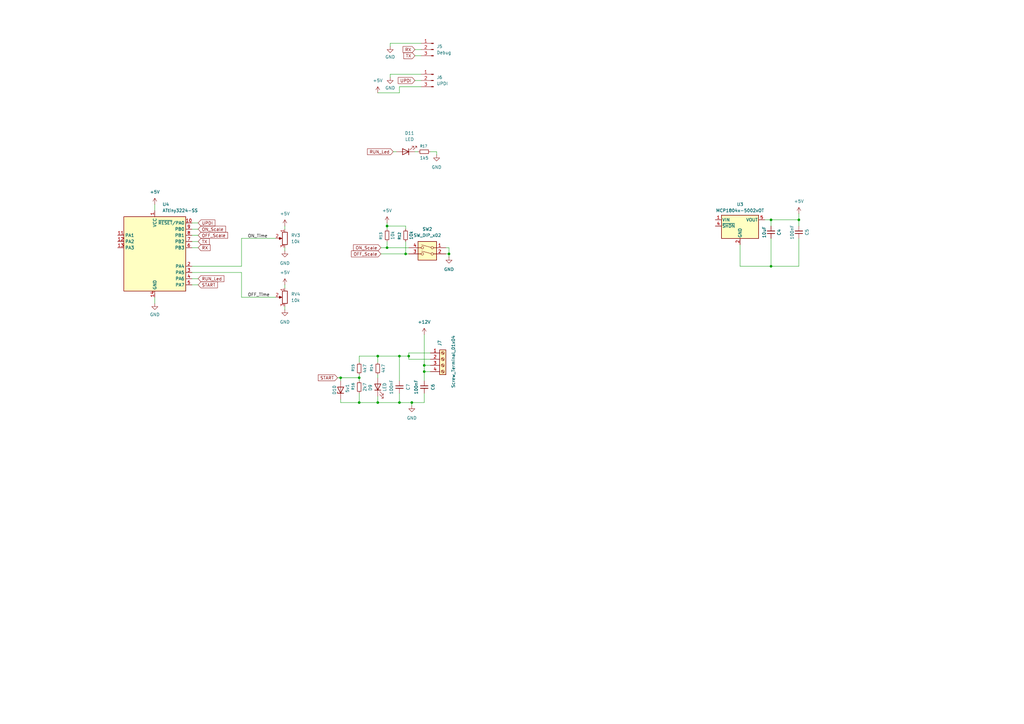
<source format=kicad_sch>
(kicad_sch (version 20250114) (generator "eeschema") (generator_version "9.0")
  (paper "A3")
  (lib_symbols
    (symbol "Connector:Conn_01x03_Pin" (pin_names (offset 1.016) (hide yes))
      (property "Reference" "J" (at 0 5.08 0))
      (property "Value" "Conn_01x03_Pin" (at 0 -5.08 0))
      (symbol "Conn_01x03_Pin_1_1"
        (rectangle (start 0.8636 2.667) (end 0 2.413) (stroke (width 0.1524)) (fill (type outline)))
        (rectangle (start 0.8636 0.127) (end 0 -0.127) (stroke (width 0.1524)) (fill (type outline)))
        (rectangle (start 0.8636 -2.413) (end 0 -2.667) (stroke (width 0.1524)) (fill (type outline)))
        (polyline (pts (xy 1.27 2.54) (xy 0.8636 2.54)) (stroke (width 0.1524)))
        (polyline (pts (xy 1.27 0) (xy 0.8636 0)) (stroke (width 0.1524)))
        (polyline (pts (xy 1.27 -2.54) (xy 0.8636 -2.54)) (stroke (width 0.1524)))
        (pin passive line (at 5.08 2.54 180) (length 3.81) (name "Pin_1") (number "1"))
        (pin passive line (at 5.08 0 180) (length 3.81) (name "Pin_2") (number "2"))
        (pin passive line (at 5.08 -2.54 180) (length 3.81) (name "Pin_3") (number "3"))
      )
    )
    (symbol "Connector:Screw_Terminal_01x04" (pin_names (offset 1.016) (hide yes))
      (property "Reference" "J" (at 0 5.08 0))
      (property "Value" "Screw_Terminal_01x04" (at 0 -7.62 0))
      (symbol "Screw_Terminal_01x04_1_1"
        (rectangle (start -1.27 3.81) (end 1.27 -6.35) (stroke (width 0.254)) (fill (type background)))
        (polyline (pts (xy -0.5334 2.8702) (xy 0.3302 2.032)) (stroke (width 0.1524)))
        (polyline (pts (xy -0.5334 0.3302) (xy 0.3302 -0.508)) (stroke (width 0.1524)))
        (polyline (pts (xy -0.5334 -2.2098) (xy 0.3302 -3.048)) (stroke (width 0.1524)))
        (polyline (pts (xy -0.5334 -4.7498) (xy 0.3302 -5.588)) (stroke (width 0.1524)))
        (polyline (pts (xy -0.3556 3.048) (xy 0.508 2.2098)) (stroke (width 0.1524)))
        (polyline (pts (xy -0.3556 0.508) (xy 0.508 -0.3302)) (stroke (width 0.1524)))
        (polyline (pts (xy -0.3556 -2.032) (xy 0.508 -2.8702)) (stroke (width 0.1524)))
        (polyline (pts (xy -0.3556 -4.572) (xy 0.508 -5.4102)) (stroke (width 0.1524)))
        (circle (center 0 2.54) (radius 0.635) (stroke (width 0.1524)))
        (circle (center 0 0) (radius 0.635) (stroke (width 0.1524)))
        (circle (center 0 -2.54) (radius 0.635) (stroke (width 0.1524)))
        (circle (center 0 -5.08) (radius 0.635) (stroke (width 0.1524)))
        (pin passive line (at -5.08 2.54 0) (length 3.81) (name "Pin_1") (number "1"))
        (pin passive line (at -5.08 0 0) (length 3.81) (name "Pin_2") (number "2"))
        (pin passive line (at -5.08 -2.54 0) (length 3.81) (name "Pin_3") (number "3"))
        (pin passive line (at -5.08 -5.08 0) (length 3.81) (name "Pin_4") (number "4"))
      )
    )
    (symbol "Device:C_Small" (pin_numbers (hide yes)) (pin_names (offset 0.254) (hide yes))
      (property "Reference" "C" (at 0.254 1.778 0))
      (property "Value" "C_Small" (at 0.254 -2.032 0))
      (symbol "C_Small_0_1"
        (polyline (pts (xy -1.524 0.508) (xy 1.524 0.508)) (stroke (width 0.3048)))
        (polyline (pts (xy -1.524 -0.508) (xy 1.524 -0.508)) (stroke (width 0.3302)))
      )
      (symbol "C_Small_1_1"
        (pin passive line (at 0 2.54 270) (length 2.032) (name "~") (number "1"))
        (pin passive line (at 0 -2.54 90) (length 2.032) (name "~") (number "2"))
      )
    )
    (symbol "Device:LED" (pin_numbers (hide yes)) (pin_names (offset 1.016) (hide yes))
      (property "Reference" "D" (at 0 2.54 0))
      (property "Value" "LED" (at 0 -2.54 0))
      (symbol "LED_0_1"
        (polyline (pts (xy -3.048 -0.762) (xy -4.572 -2.286) (xy -3.81 -2.286) (xy -4.572 -2.286) (xy -4.572 -1.524)))
        (polyline (pts (xy -1.778 -0.762) (xy -3.302 -2.286) (xy -2.54 -2.286) (xy -3.302 -2.286) (xy -3.302 -1.524)))
        (polyline (pts (xy -1.27 0) (xy 1.27 0)))
        (polyline (pts (xy -1.27 -1.27) (xy -1.27 1.27)) (stroke (width 0.254)))
        (polyline (pts (xy 1.27 -1.27) (xy 1.27 1.27) (xy -1.27 0) (xy 1.27 -1.27)) (stroke (width 0.254)))
      )
      (symbol "LED_1_1"
        (pin passive line (at -3.81 0 0) (length 2.54) (name "K") (number "1"))
        (pin passive line (at 3.81 0 180) (length 2.54) (name "A") (number "2"))
      )
    )
    (symbol "Device:R_Potentiometer" (pin_names (offset 1.016) (hide yes))
      (property "Reference" "RV" (at -4.445 0 90))
      (property "Value" "R_Potentiometer" (at -2.54 0 90))
      (symbol "R_Potentiometer_0_1"
        (rectangle (start 1.016 2.54) (end -1.016 -2.54) (stroke (width 0.254)))
        (polyline (pts (xy 1.143 0) (xy 2.286 0.508) (xy 2.286 -0.508) (xy 1.143 0)) (fill (type outline)))
        (polyline (pts (xy 2.54 0) (xy 1.524 0)))
      )
      (symbol "R_Potentiometer_1_1"
        (pin passive line (at 0 3.81 270) (length 1.27) (name "1") (number "1"))
        (pin passive line (at 0 -3.81 90) (length 1.27) (name "3") (number "3"))
        (pin passive line (at 3.81 0 180) (length 1.27) (name "2") (number "2"))
      )
    )
    (symbol "Device:R_Small" (pin_numbers (hide yes)) (pin_names (offset 0.254) (hide yes))
      (property "Reference" "R" (at 0 0 90))
      (property "Value" "R_Small" (at 1.778 0 90))
      (symbol "R_Small_0_1"
        (rectangle (start -0.762 1.778) (end 0.762 -1.778) (stroke (width 0.2032)))
      )
      (symbol "R_Small_1_1"
        (pin passive line (at 0 2.54 270) (length 0.762) (name "~") (number "1"))
        (pin passive line (at 0 -2.54 90) (length 0.762) (name "~") (number "2"))
      )
    )
    (symbol "Diode:BZD27Cxx" (pin_numbers (hide yes)) (pin_names (hide yes))
      (property "Reference" "D" (at 0 2.54 0))
      (property "Value" "BZD27Cxx" (at 0 -2.54 0))
      (symbol "BZD27Cxx_0_1"
        (polyline (pts (xy -1.27 -1.27) (xy -1.27 1.27) (xy -0.762 1.27)) (stroke (width 0.254)))
        (polyline (pts (xy 1.27 0) (xy -1.27 0)))
        (polyline (pts (xy 1.27 -1.27) (xy 1.27 1.27) (xy -1.27 0) (xy 1.27 -1.27)) (stroke (width 0.254)))
      )
      (symbol "BZD27Cxx_1_1"
        (pin passive line (at -3.81 0 0) (length 2.54) (name "K") (number "1"))
        (pin passive line (at 3.81 0 180) (length 2.54) (name "A") (number "2"))
      )
    )
    (symbol "MCU_Microchip_ATtiny:ATtiny3224-SS"
      (property "Reference" "U2" (at -3.1181 20.32 0))
      (property "Value" "ATtiny3224-SS" (at -3.1181 17.78 0))
      (symbol "ATtiny3224-SS_0_1"
        (rectangle (start -12.7 15.24) (end 12.7 -15.24) (stroke (width 0.254)) (fill (type background)))
      )
      (symbol "ATtiny3224-SS_1_1"
        (pin bidirectional line (at -15.24 12.7 0) (length 2.54) (name "~{RESET}/PA0") (number "10"))
        (pin bidirectional line (at -15.24 10.16 0) (length 2.54) (name "PB0") (number "9"))
        (pin bidirectional line (at -15.24 7.62 0) (length 2.54) (name "PB1") (number "8"))
        (pin bidirectional line (at -15.24 5.08 0) (length 2.54) (name "PB2") (number "7"))
        (pin bidirectional line (at -15.24 2.54 0) (length 2.54) (name "PB3") (number "6"))
        (pin bidirectional line (at -15.24 -5.08 0) (length 2.54) (name "PA4") (number "2"))
        (pin bidirectional line (at -15.24 -7.62 0) (length 2.54) (name "PA5") (number "3"))
        (pin bidirectional line (at -15.24 -10.16 0) (length 2.54) (name "PA6") (number "4"))
        (pin bidirectional line (at -15.24 -12.7 0) (length 2.54) (name "PA7") (number "5"))
        (pin power_in line (at 0 17.78 270) (length 2.54) (name "VCC") (number "1"))
        (pin power_in line (at 0 -17.78 90) (length 2.54) (name "GND") (number "14"))
        (pin bidirectional line (at 15.24 7.62 180) (length 2.54) (name "PA1") (number "11"))
        (pin bidirectional line (at 15.24 5.08 180) (length 2.54) (name "PA2") (number "12"))
        (pin bidirectional line (at 15.24 2.54 180) (length 2.54) (name "PA3") (number "13"))
      )
    )
    (symbol "Regulator_Linear:MCP1804x-5002xOT" (pin_names (offset 0.254))
      (property "Reference" "U" (at -6.35 5.715 0))
      (property "Value" "MCP1804x-5002xOT" (at 0 5.715 0))
      (symbol "MCP1804x-5002xOT_0_1"
        (rectangle (start -7.62 -5.08) (end 7.62 4.445) (stroke (width 0.254)) (fill (type background)))
      )
      (symbol "MCP1804x-5002xOT_1_1"
        (pin power_in line (at -10.16 2.54 0) (length 2.54) (name "VIN") (number "1"))
        (pin input line (at -10.16 0 0) (length 2.54) (name "~{SHDN}") (number "4"))
        (pin power_in line (at 0 -7.62 90) (length 2.54) (name "GND") (number "2"))
        (pin no_connect line (at 7.62 0 180) (length 2.54) (hide yes) (name "NC") (number "3"))
        (pin power_out line (at 10.16 2.54 180) (length 2.54) (name "VOUT") (number "5"))
      )
    )
    (symbol "Switch:SW_DIP_x02" (pin_names (offset 0) (hide yes))
      (property "Reference" "SW" (at 0 6.35 0))
      (property "Value" "SW_DIP_x02" (at 0 -3.81 0))
      (symbol "SW_DIP_x02_0_0"
        (circle (center -2.032 2.54) (radius 0.508))
        (circle (center -2.032 0) (radius 0.508))
        (polyline (pts (xy -1.524 2.667) (xy 2.3622 3.7084)))
        (polyline (pts (xy -1.524 0.127) (xy 2.3622 1.1684)))
        (circle (center 2.032 2.54) (radius 0.508))
        (circle (center 2.032 0) (radius 0.508))
      )
      (symbol "SW_DIP_x02_0_1"
        (rectangle (start -3.81 5.08) (end 3.81 -2.54) (stroke (width 0.254)) (fill (type background)))
      )
      (symbol "SW_DIP_x02_1_1"
        (pin passive line (at -7.62 2.54 0) (length 5.08) (name "~") (number "1"))
        (pin passive line (at -7.62 0 0) (length 5.08) (name "~") (number "2"))
        (pin passive line (at 7.62 2.54 180) (length 5.08) (name "~") (number "4"))
        (pin passive line (at 7.62 0 180) (length 5.08) (name "~") (number "3"))
      )
    )
    (symbol "power:+12V" (power) (pin_numbers (hide yes)) (pin_names (offset 0) (hide yes))
      (property "Value" "+12V" (at 0 3.556 0))
      (symbol "+12V_0_1"
        (polyline (pts (xy -0.762 1.27) (xy 0 2.54)))
        (polyline (pts (xy 0 2.54) (xy 0.762 1.27)))
        (polyline (pts (xy 0 0) (xy 0 2.54)))
      )
      (symbol "+12V_1_1"
        (pin power_in line (at 0 0 90) (length 0) (name "~") (number "1"))
      )
    )
    (symbol "power:+5V" (power) (pin_numbers (hide yes)) (pin_names (offset 0) (hide yes))
      (property "Value" "+5V" (at 0 3.556 0))
      (symbol "+5V_0_1"
        (polyline (pts (xy -0.762 1.27) (xy 0 2.54)))
        (polyline (pts (xy 0 2.54) (xy 0.762 1.27)))
        (polyline (pts (xy 0 0) (xy 0 2.54)))
      )
      (symbol "+5V_1_1"
        (pin power_in line (at 0 0 90) (length 0) (name "~") (number "1"))
      )
    )
    (symbol "power:GND" (power) (pin_numbers (hide yes)) (pin_names (offset 0) (hide yes))
      (property "Value" "GND" (at 0 -3.81 0))
      (symbol "GND_0_1"
        (polyline (pts (xy 0 0) (xy 0 -1.27) (xy 1.27 -1.27) (xy 0 -2.54) (xy -1.27 -1.27) (xy 0 -1.27)))
      )
      (symbol "GND_1_1"
        (pin power_in line (at 0 0 270) (length 0) (name "~") (number "1"))
      )
    )
  )
  (junction (at 158.75 101.6))
  (junction (at 139.7 154.94))
  (junction (at 163.83 146.05))
  (junction (at 147.32 165.1))
  (junction (at 147.32 154.94))
  (junction (at 166.37 104.14))
  (junction (at 167.64 146.05))
  (junction (at 158.75 92.71))
  (junction (at 316.23 90.17))
  (junction (at 327.66 90.17))
  (junction (at 154.94 146.05))
  (junction (at 154.94 165.1))
  (junction (at 184.15 104.14))
  (junction (at 168.91 165.1))
  (junction (at 173.99 152.4))
  (junction (at 163.83 165.1))
  (junction (at 173.99 149.86))
  (junction (at 316.23 109.22))
  (wire (pts (xy 78.74 99.06) (xy 81.28 99.06)))
  (wire (pts (xy 167.64 146.05) (xy 167.64 147.32)))
  (wire (pts (xy 173.99 152.4) (xy 176.53 152.4)))
  (wire (pts (xy 166.37 92.71) (xy 158.75 92.71)))
  (wire (pts (xy 163.83 146.05) (xy 163.83 156.21)))
  (wire (pts (xy 78.74 109.22) (xy 99.06 109.22)))
  (wire (pts (xy 81.28 114.3) (xy 78.74 114.3)))
  (wire (pts (xy 116.84 92.71) (xy 116.84 93.98)))
  (wire (pts (xy 158.75 99.06) (xy 158.75 101.6)))
  (wire (pts (xy 154.94 165.1) (xy 163.83 165.1)))
  (wire (pts (xy 166.37 99.06) (xy 166.37 104.14)))
  (wire (pts (xy 138.43 154.94) (xy 139.7 154.94)))
  (wire (pts (xy 147.32 153.67) (xy 147.32 154.94)))
  (wire (pts (xy 182.88 104.14) (xy 184.15 104.14)))
  (wire (pts (xy 170.18 22.86) (xy 172.72 22.86)))
  (wire (pts (xy 179.07 63.5) (xy 179.07 62.23)))
  (wire (pts (xy 316.23 90.17) (xy 327.66 90.17)))
  (wire (pts (xy 147.32 146.05) (xy 147.32 148.59)))
  (wire (pts (xy 173.99 137.16) (xy 173.99 149.86)))
  (wire (pts (xy 81.28 96.52) (xy 78.74 96.52)))
  (wire (pts (xy 147.32 165.1) (xy 154.94 165.1)))
  (wire (pts (xy 160.02 30.48) (xy 160.02 31.75)))
  (wire (pts (xy 99.06 97.79) (xy 99.06 109.22)))
  (wire (pts (xy 139.7 156.21) (xy 139.7 154.94)))
  (wire (pts (xy 173.99 149.86) (xy 173.99 152.4)))
  (wire (pts (xy 172.72 35.56) (xy 163.83 35.56)))
  (wire (pts (xy 167.64 147.32) (xy 176.53 147.32)))
  (wire (pts (xy 313.69 90.17) (xy 316.23 90.17)))
  (wire (pts (xy 154.94 153.67) (xy 154.94 154.94)))
  (wire (pts (xy 63.5 83.82) (xy 63.5 86.36)))
  (wire (pts (xy 139.7 165.1) (xy 139.7 163.83)))
  (wire (pts (xy 184.15 101.6) (xy 182.88 101.6)))
  (wire (pts (xy 99.06 111.76) (xy 99.06 121.92)))
  (wire (pts (xy 81.28 116.84) (xy 78.74 116.84)))
  (wire (pts (xy 116.84 116.84) (xy 116.84 118.11)))
  (wire (pts (xy 116.84 125.73) (xy 116.84 127)))
  (wire (pts (xy 184.15 104.14) (xy 184.15 101.6)))
  (wire (pts (xy 170.18 33.02) (xy 172.72 33.02)))
  (wire (pts (xy 303.53 100.33) (xy 303.53 109.22)))
  (wire (pts (xy 63.5 121.92) (xy 63.5 124.46)))
  (wire (pts (xy 99.06 121.92) (xy 113.03 121.92)))
  (wire (pts (xy 158.75 101.6) (xy 156.21 101.6)))
  (wire (pts (xy 154.94 146.05) (xy 147.32 146.05)))
  (wire (pts (xy 168.91 165.1) (xy 168.91 166.37)))
  (wire (pts (xy 78.74 101.6) (xy 81.28 101.6)))
  (wire (pts (xy 316.23 92.71) (xy 316.23 90.17)))
  (wire (pts (xy 160.02 19.05) (xy 160.02 17.78)))
  (wire (pts (xy 154.94 146.05) (xy 154.94 148.59)))
  (wire (pts (xy 327.66 90.17) (xy 327.66 92.71)))
  (wire (pts (xy 78.74 91.44) (xy 81.28 91.44)))
  (wire (pts (xy 154.94 38.1) (xy 163.83 38.1)))
  (wire (pts (xy 166.37 104.14) (xy 156.21 104.14)))
  (wire (pts (xy 173.99 161.29) (xy 173.99 165.1)))
  (wire (pts (xy 139.7 154.94) (xy 147.32 154.94)))
  (wire (pts (xy 78.74 93.98) (xy 81.28 93.98)))
  (wire (pts (xy 167.64 101.6) (xy 158.75 101.6)))
  (wire (pts (xy 99.06 97.79) (xy 113.03 97.79)))
  (wire (pts (xy 327.66 87.63) (xy 327.66 90.17)))
  (wire (pts (xy 163.83 35.56) (xy 163.83 38.1)))
  (wire (pts (xy 166.37 93.98) (xy 166.37 92.71)))
  (wire (pts (xy 163.83 146.05) (xy 154.94 146.05)))
  (wire (pts (xy 78.74 111.76) (xy 99.06 111.76)))
  (wire (pts (xy 327.66 109.22) (xy 316.23 109.22)))
  (wire (pts (xy 170.18 20.32) (xy 172.72 20.32)))
  (wire (pts (xy 163.83 161.29) (xy 163.83 165.1)))
  (wire (pts (xy 147.32 154.94) (xy 147.32 156.21)))
  (wire (pts (xy 176.53 149.86) (xy 173.99 149.86)))
  (wire (pts (xy 161.29 62.23) (xy 162.56 62.23)))
  (wire (pts (xy 173.99 152.4) (xy 173.99 156.21)))
  (wire (pts (xy 147.32 161.29) (xy 147.32 165.1)))
  (wire (pts (xy 316.23 97.79) (xy 316.23 109.22)))
  (wire (pts (xy 160.02 30.48) (xy 172.72 30.48)))
  (wire (pts (xy 167.64 146.05) (xy 163.83 146.05)))
  (wire (pts (xy 173.99 165.1) (xy 168.91 165.1)))
  (wire (pts (xy 154.94 162.56) (xy 154.94 165.1)))
  (wire (pts (xy 303.53 109.22) (xy 316.23 109.22)))
  (wire (pts (xy 327.66 97.79) (xy 327.66 109.22)))
  (wire (pts (xy 158.75 91.44) (xy 158.75 92.71)))
  (wire (pts (xy 176.53 144.78) (xy 167.64 144.78)))
  (wire (pts (xy 116.84 101.6) (xy 116.84 102.87)))
  (wire (pts (xy 167.64 144.78) (xy 167.64 146.05)))
  (wire (pts (xy 184.15 104.14) (xy 184.15 105.41)))
  (wire (pts (xy 167.64 104.14) (xy 166.37 104.14)))
  (wire (pts (xy 179.07 62.23) (xy 176.53 62.23)))
  (wire (pts (xy 158.75 92.71) (xy 158.75 93.98)))
  (wire (pts (xy 168.91 165.1) (xy 163.83 165.1)))
  (wire (pts (xy 170.18 62.23) (xy 171.45 62.23)))
  (wire (pts (xy 147.32 165.1) (xy 139.7 165.1)))
  (wire (pts (xy 160.02 17.78) (xy 172.72 17.78)))
  (label "ON_Time" (at 101.6 97.79 0))
  (label "OFF_Time" (at 101.6 121.92 0))
  (global_label "RUN_Led" (shape input) (at 81.28 114.3 0) (property "Intersheetrefs" "${INTERSHEET_REFS}" (effects (hide yes))))
  (global_label "RX" (shape input) (at 170.18 20.32 180) (property "Intersheetrefs" "${INTERSHEET_REFS}" (effects (hide yes))))
  (global_label "UPDI" (shape input) (at 170.18 33.02 180) (property "Intersheetrefs" "${INTERSHEET_REFS}" (effects (hide yes))))
  (global_label "START" (shape input) (at 81.28 116.84 0) (property "Intersheetrefs" "${INTERSHEET_REFS}" (effects (hide yes))))
  (global_label "TX" (shape input) (at 170.18 22.86 180) (property "Intersheetrefs" "${INTERSHEET_REFS}" (effects (hide yes))))
  (global_label "RX" (shape input) (at 81.28 101.6 0) (property "Intersheetrefs" "${INTERSHEET_REFS}" (effects (hide yes))))
  (global_label "UPDI" (shape input) (at 81.28 91.44 0) (property "Intersheetrefs" "${INTERSHEET_REFS}" (effects (hide yes))))
  (global_label "TX" (shape input) (at 81.28 99.06 0) (property "Intersheetrefs" "${INTERSHEET_REFS}" (effects (hide yes))))
  (global_label "OFF_Scale" (shape input) (at 156.21 104.14 180) (property "Intersheetrefs" "${INTERSHEET_REFS}" (effects (hide yes))))
  (global_label "OFF_Scale" (shape input) (at 81.28 96.52 0) (property "Intersheetrefs" "${INTERSHEET_REFS}" (effects (hide yes))))
  (global_label "RUN_Led" (shape input) (at 161.29 62.23 180) (property "Intersheetrefs" "${INTERSHEET_REFS}" (effects (hide yes))))
  (global_label "ON_Scale" (shape input) (at 81.28 93.98 0) (property "Intersheetrefs" "${INTERSHEET_REFS}" (effects (hide yes))))
  (global_label "ON_Scale" (shape input) (at 156.21 101.6 180) (property "Intersheetrefs" "${INTERSHEET_REFS}" (effects (hide yes))))
  (global_label "START" (shape input) (at 138.43 154.94 180) (property "Intersheetrefs" "${INTERSHEET_REFS}" (effects (hide yes))))
  (symbol (lib_id "Device:LED") (at 154.94 158.75 90) (unit 1)
    (property "Reference" "D9" (at 151.892 159.004 0))
    (property "Value" "LED" (at 157.734 158.75 0))
    (property "Footprint" "LED_SMD:LED_1206_3216Metric" (effects (hide yes)))
    (property "Description" "Light emitting diode" (effects (hide yes)))
    (property "Sim.Pins" "1=K 2=A" (effects (hide yes)))
  )
  (symbol (lib_id "power:GND") (at 184.15 105.41 0) (mirror y) (unit 1)
    (property "Reference" "#PWR012" (effects (hide yes)))
    (property "Value" "GND" (at 184.15 110.49 0))
    (property "Description" "Power symbol creates a global label with name \"GND\" , ground" (effects (hide yes)))
  )
  (symbol (lib_id "power:+5V") (at 116.84 92.71 0) (mirror y) (unit 1)
    (property "Reference" "#PWR026" (effects (hide yes)))
    (property "Value" "+5V" (at 116.84 87.63 0))
    (property "Description" "Power symbol creates a global label with name \"+5V\"" (effects (hide yes)))
  )
  (symbol (lib_id "power:+12V") (at 173.99 137.16 0) (unit 1)
    (property "Reference" "#PWR019" (effects (hide yes)))
    (property "Value" "+12V" (at 173.99 132.08 0))
    (property "Description" "Power symbol creates a global label with name \"+12V\"" (effects (hide yes)))
  )
  (symbol (lib_id "Device:R_Small") (at 173.99 62.23 90) (unit 1)
    (property "Reference" "R17" (at 173.736 59.944 90) (effects (font (size 1.016 1.016))))
    (property "Value" "1k5" (at 173.99 64.77 90))
    (property "Description" "Resistor, small symbol" (effects (hide yes)))
  )
  (symbol (lib_id "power:+5V") (at 327.66 87.63 0) (unit 1)
    (property "Reference" "#PWR011" (effects (hide yes)))
    (property "Value" "+5V" (at 327.66 82.55 0))
    (property "Description" "Power symbol creates a global label with name \"+5V\"" (effects (hide yes)))
  )
  (symbol (lib_id "Device:C_Small") (at 316.23 95.25 180) (unit 1)
    (property "Reference" "C4" (at 319.532 95.25 90))
    (property "Value" "10uF" (at 313.436 95.25 90))
    (property "Footprint" "Capacitor_SMD:C_0603_1608Metric" (effects (hide yes)))
    (property "Description" "Unpolarized capacitor, small symbol" (effects (hide yes)))
  )
  (symbol (lib_id "power:GND") (at 168.91 166.37 0) (mirror y) (unit 1)
    (property "Reference" "#PWR024" (effects (hide yes)))
    (property "Value" "GND" (at 168.91 171.45 0))
    (property "Description" "Power symbol creates a global label with name \"GND\" , ground" (effects (hide yes)))
  )
  (symbol (lib_id "power:+5V") (at 63.5 83.82 0) (unit 1)
    (property "Reference" "#PWR023" (effects (hide yes)))
    (property "Value" "+5V" (at 63.5 78.74 0))
    (property "Description" "Power symbol creates a global label with name \"+5V\"" (effects (hide yes)))
  )
  (symbol (lib_id "Connector:Conn_01x03_Pin") (at 177.8 20.32 0) (mirror y) (unit 1)
    (property "Reference" "J5" (at 179.07 19.0499 0) (effects (justify right)))
    (property "Value" "Debug" (at 179.07 21.5899 0) (effects (justify right)))
    (property "Footprint" "Connector_PinHeader_2.54mm:PinHeader_1x03_P2.54mm_Vertical" (effects (hide yes)))
    (property "Description" "Generic connector, single row, 01x03, script generated" (effects (hide yes)))
  )
  (symbol (lib_id "power:+5V") (at 158.75 91.44 0) (mirror y) (unit 1)
    (property "Reference" "#PWR013" (effects (hide yes)))
    (property "Value" "+5V" (at 158.75 86.36 0))
    (property "Description" "Power symbol creates a global label with name \"+5V\"" (effects (hide yes)))
  )
  (symbol (lib_id "Device:R_Small") (at 158.75 96.52 0) (mirror y) (unit 1)
    (property "Reference" "R13" (at 156.21 96.774 90) (effects (font (size 1.016 1.016))))
    (property "Value" "10k" (at 161.036 96.52 90))
    (property "Footprint" "Resistor_SMD:R_0603_1608Metric" (effects (hide yes)))
    (property "Description" "Resistor, small symbol" (effects (hide yes)))
  )
  (symbol (lib_id "Connector:Conn_01x03_Pin") (at 177.8 33.02 0) (mirror y) (unit 1)
    (property "Reference" "J6" (at 179.07 31.7499 0) (effects (justify right)))
    (property "Value" "UPDI" (at 179.07 34.2899 0) (effects (justify right)))
    (property "Footprint" "Connector_PinHeader_2.54mm:PinHeader_1x03_P2.54mm_Vertical" (effects (hide yes)))
    (property "Description" "Generic connector, single row, 01x03, script generated" (effects (hide yes)))
  )
  (symbol (lib_id "Device:LED") (at 166.37 62.23 180) (unit 1)
    (property "Reference" "D11" (at 167.9575 54.61 0))
    (property "Value" "LED" (at 167.9575 57.15 0))
    (property "Description" "Light emitting diode" (effects (hide yes)))
    (property "Sim.Pins" "1=K 2=A" (effects (hide yes)))
  )
  (symbol (lib_id "Device:C_Small") (at 173.99 158.75 0) (unit 1)
    (property "Reference" "C6" (at 177.546 158.75 90))
    (property "Value" "100nF" (at 170.688 158.75 90))
    (property "Footprint" "Capacitor_SMD:C_0603_1608Metric" (effects (hide yes)))
    (property "Description" "Unpolarized capacitor, small symbol" (effects (hide yes)))
  )
  (symbol (lib_id "power:+5V") (at 116.84 116.84 0) (mirror y) (unit 1)
    (property "Reference" "#PWR028" (effects (hide yes)))
    (property "Value" "+5V" (at 116.84 111.76 0))
    (property "Description" "Power symbol creates a global label with name \"+5V\"" (effects (hide yes)))
  )
  (symbol (lib_id "power:GND") (at 160.02 19.05 0) (unit 1)
    (property "Reference" "#PWR021" (effects (hide yes)))
    (property "Value" "GND" (at 160.02 23.368 0))
    (property "Description" "Power symbol creates a global label with name \"GND\" , ground" (effects (hide yes)))
  )
  (symbol (lib_id "power:GND") (at 160.02 31.75 0) (unit 1)
    (property "Reference" "#PWR022" (effects (hide yes)))
    (property "Value" "GND" (at 160.02 36.068 0))
    (property "Description" "Power symbol creates a global label with name \"GND\" , ground" (effects (hide yes)))
  )
  (symbol (lib_id "power:GND") (at 63.5 124.46 0) (unit 1)
    (property "Reference" "#PWR025" (effects (hide yes)))
    (property "Value" "GND" (at 63.5 129.032 0))
    (property "Description" "Power symbol creates a global label with name \"GND\" , ground" (effects (hide yes)))
  )
  (symbol (lib_id "Switch:SW_DIP_x02") (at 175.26 104.14 0) (mirror y) (unit 1)
    (property "Reference" "SW2" (at 175.26 93.98 0))
    (property "Value" "SW_DIP_x02" (at 175.26 96.52 0))
    (property "Description" "2x DIP Switch, Single Pole Single Throw (SPST) switch, small symbol" (effects (hide yes)))
  )
  (symbol (lib_id "Regulator_Linear:MCP1804x-5002xOT") (at 303.53 92.71 0) (unit 1)
    (property "Reference" "U3" (at 303.53 83.82 0))
    (property "Value" "MCP1804x-5002xOT" (at 303.53 86.36 0))
    (property "Footprint" "Package_TO_SOT_SMD:SOT-23-5" (effects (hide yes)))
    (property "Datasheet" "http://ww1.microchip.com/downloads/en/DeviceDoc/20002200D.pdf" (effects (hide yes)))
    (property "Description" "150mA, 28V LDO Regulator With Shutdown, 5.0V Fixed Output, SOT-23-5" (effects (hide yes)))
  )
  (symbol (lib_id "Connector:Screw_Terminal_01x04") (at 181.61 147.32 0) (unit 1)
    (property "Reference" "J7" (at 180.34 140.716 90))
    (property "Value" "Screw_Terminal_01x04" (at 185.928 148.336 90))
    (property "Footprint" "Connector_Phoenix_MC:PhoenixContact_MCV_1,5_4-G-3.5_1x04_P3.50mm_Vertical" (effects (hide yes)))
    (property "Description" "Generic screw terminal, single row, 01x04, script generated (kicad-library-utils/schlib/autogen/connector/)" (effects (hide yes)))
  )
  (symbol (lib_id "Device:C_Small") (at 327.66 95.25 180) (unit 1)
    (property "Reference" "C5" (at 330.962 95.25 90))
    (property "Value" "100nF" (at 324.866 95.25 90))
    (property "Footprint" "Capacitor_SMD:C_0603_1608Metric" (effects (hide yes)))
    (property "Description" "Unpolarized capacitor, small symbol" (effects (hide yes)))
  )
  (symbol (lib_id "Device:R_Small") (at 166.37 96.52 0) (mirror y) (unit 1)
    (property "Reference" "R12" (at 163.83 96.774 90) (effects (font (size 1.016 1.016))))
    (property "Value" "10k" (at 168.656 96.52 90))
    (property "Footprint" "Resistor_SMD:R_0603_1608Metric" (effects (hide yes)))
    (property "Description" "Resistor, small symbol" (effects (hide yes)))
  )
  (symbol (lib_id "power:GND") (at 179.07 63.5 0) (mirror y) (unit 1)
    (property "Reference" "#PWR020" (effects (hide yes)))
    (property "Value" "GND" (at 179.07 68.58 0))
    (property "Description" "Power symbol creates a global label with name \"GND\" , ground" (effects (hide yes)))
  )
  (symbol (lib_id "Device:R_Potentiometer") (at 116.84 121.92 0) (mirror y) (unit 1)
    (property "Reference" "RV4" (at 119.38 120.6499 0) (effects (justify right)))
    (property "Value" "10k" (at 119.38 123.1899 0) (effects (justify right)))
    (property "Description" "Potentiometer" (effects (hide yes)))
  )
  (symbol (lib_id "Device:R_Small") (at 147.32 158.75 180) (unit 1)
    (property "Reference" "R16" (at 144.78 158.496 90) (effects (font (size 1.016 1.016))))
    (property "Value" "2k7" (at 149.606 158.75 90))
    (property "Footprint" "Resistor_SMD:R_0603_1608Metric" (effects (hide yes)))
    (property "Description" "Resistor, small symbol" (effects (hide yes)))
  )
  (symbol (lib_id "Device:C_Small") (at 163.83 158.75 0) (unit 1)
    (property "Reference" "C7" (at 167.386 158.75 90))
    (property "Value" "100nF" (at 160.528 158.75 90))
    (property "Footprint" "Capacitor_SMD:C_0603_1608Metric" (effects (hide yes)))
    (property "Description" "Unpolarized capacitor, small symbol" (effects (hide yes)))
  )
  (symbol (lib_id "Device:R_Potentiometer") (at 116.84 97.79 0) (mirror y) (unit 1)
    (property "Reference" "RV3" (at 119.38 96.5199 0) (effects (justify right)))
    (property "Value" "10k" (at 119.38 99.0599 0) (effects (justify right)))
    (property "Description" "Potentiometer" (effects (hide yes)))
  )
  (symbol (lib_id "MCU_Microchip_ATtiny:ATtiny3224-SS") (at 63.5 104.14 0) (mirror y) (unit 1)
    (property "Reference" "U4" (at 66.6181 83.82 0) (effects (justify right)))
    (property "Value" "ATtiny3224-SS" (at 66.6181 86.36 0) (effects (justify right)))
    (property "Footprint" "Package_SO:SOIC-14_3.9x8.7mm_P1.27mm" (effects (hide yes)))
    (property "Datasheet" "https://ww1.microchip.com/downloads/en/DeviceDoc/ATtiny3224-3226-3227-Data-Sheet-DS40002345A.pdf" (effects (hide yes)))
    (property "Description" "20MHz, 32kB Flash, 3kB SRAM, 256B EEPROM, SOIC-14" (effects (hide yes)))
  )
  (symbol (lib_id "power:GND") (at 116.84 127 0) (mirror y) (unit 1)
    (property "Reference" "#PWR029" (effects (hide yes)))
    (property "Value" "GND" (at 116.84 132.08 0))
    (property "Description" "Power symbol creates a global label with name \"GND\" , ground" (effects (hide yes)))
  )
  (symbol (lib_id "power:GND") (at 116.84 102.87 0) (mirror y) (unit 1)
    (property "Reference" "#PWR027" (effects (hide yes)))
    (property "Value" "GND" (at 116.84 107.95 0))
    (property "Description" "Power symbol creates a global label with name \"GND\" , ground" (effects (hide yes)))
  )
  (symbol (lib_id "power:+5V") (at 154.94 38.1 0) (unit 1)
    (property "Reference" "#PWR018" (effects (hide yes)))
    (property "Value" "+5V" (at 154.94 33.02 0))
    (property "Description" "Power symbol creates a global label with name \"+5V\"" (effects (hide yes)))
  )
  (symbol (lib_id "Device:R_Small") (at 154.94 151.13 180) (unit 1)
    (property "Reference" "R14" (at 152.4 150.876 90) (effects (font (size 1.016 1.016))))
    (property "Value" "4k7" (at 157.226 151.13 90))
    (property "Footprint" "Resistor_SMD:R_0603_1608Metric" (effects (hide yes)))
    (property "Description" "Resistor, small symbol" (effects (hide yes)))
  )
  (symbol (lib_id "Device:R_Small") (at 147.32 151.13 180) (unit 1)
    (property "Reference" "R15" (at 144.78 150.876 90) (effects (font (size 1.016 1.016))))
    (property "Value" "4k7" (at 149.606 151.13 90))
    (property "Footprint" "Resistor_SMD:R_0603_1608Metric" (effects (hide yes)))
    (property "Description" "Resistor, small symbol" (effects (hide yes)))
  )
  (symbol (lib_id "Diode:BZD27Cxx") (at 139.7 160.02 90) (unit 1)
    (property "Reference" "D10" (at 137.16 157.988 0) (effects (justify right)))
    (property "Value" "5v1" (at 142.494 157.48 0) (effects (justify right)))
    (property "Footprint" "Diode_SMD:D_SMF" (effects (hide yes)))
    (property "Datasheet" "https://www.vishay.com/docs/85153/bzd27series.pdf" (effects (hide yes)))
    (property "Description" "800mW Zener Diode, 3.6-200V, SMF" (effects (hide yes)))
  )
)
</source>
